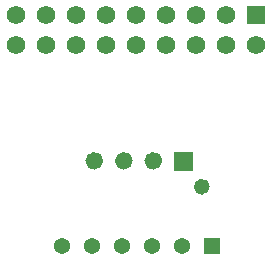
<source format=gbs>
%TF.GenerationSoftware,KiCad,Pcbnew,6.0.10-86aedd382b~118~ubuntu18.04.1*%
%TF.CreationDate,2023-06-08T12:44:11-07:00*%
%TF.ProjectId,1000027_V0,31303030-3032-4375-9f56-302e6b696361,rev?*%
%TF.SameCoordinates,Original*%
%TF.FileFunction,Soldermask,Bot*%
%TF.FilePolarity,Negative*%
%FSLAX46Y46*%
G04 Gerber Fmt 4.6, Leading zero omitted, Abs format (unit mm)*
G04 Created by KiCad (PCBNEW 6.0.10-86aedd382b~118~ubuntu18.04.1) date 2023-06-08 12:44:11*
%MOMM*%
%LPD*%
G01*
G04 APERTURE LIST*
%ADD10C,0.751200*%
%ADD11C,0.676200*%
%ADD12C,0.010000*%
%ADD13R,1.370000X1.370000*%
%ADD14C,1.370000*%
%ADD15C,1.200000*%
%ADD16R,1.575000X1.575000*%
%ADD17C,1.575000*%
G04 APERTURE END LIST*
D10*
%TO.C,J4*%
X148731600Y-99105800D02*
G75*
G03*
X148731600Y-99105800I-375600J0D01*
G01*
D11*
X155294100Y-101305800D02*
G75*
G03*
X155294100Y-101305800I-338100J0D01*
G01*
D10*
X146231600Y-99105800D02*
G75*
G03*
X146231600Y-99105800I-375600J0D01*
G01*
X151231600Y-99105800D02*
G75*
G03*
X151231600Y-99105800I-375600J0D01*
G01*
G36*
X154107200Y-99857000D02*
G01*
X152604800Y-99857000D01*
X152604800Y-98354600D01*
X154107200Y-98354600D01*
X154107200Y-99857000D01*
G37*
D12*
X154107200Y-99857000D02*
X152604800Y-99857000D01*
X152604800Y-98354600D01*
X154107200Y-98354600D01*
X154107200Y-99857000D01*
%TD*%
D13*
%TO.C,J3*%
X155829000Y-106299000D03*
D14*
X153289000Y-106299000D03*
X150749000Y-106299000D03*
X148209000Y-106299000D03*
X145669000Y-106299000D03*
X143129000Y-106299000D03*
%TD*%
D15*
%TO.C,J4*%
X154956000Y-101305800D03*
%TD*%
D16*
%TO.C,J1*%
X159530000Y-86778000D03*
D17*
X159530000Y-89318000D03*
X156990000Y-86778000D03*
X156990000Y-89318000D03*
X154450000Y-86778000D03*
X154450000Y-89318000D03*
X151910000Y-86778000D03*
X151910000Y-89318000D03*
X149370000Y-86778000D03*
X149370000Y-89318000D03*
X146830000Y-86778000D03*
X146830000Y-89318000D03*
X144290000Y-86778000D03*
X144290000Y-89318000D03*
X141750000Y-86778000D03*
X141750000Y-89318000D03*
X139210000Y-86778000D03*
X139210000Y-89318000D03*
%TD*%
M02*

</source>
